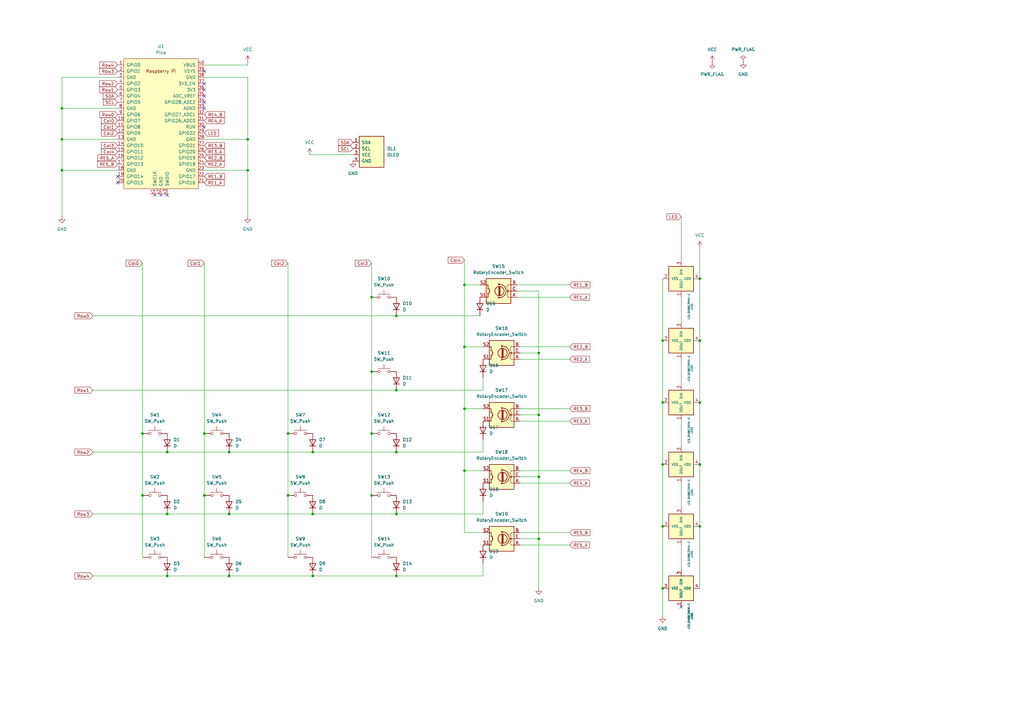
<source format=kicad_sch>
(kicad_sch (version 20231120) (generator "eeschema") (generator_version "8.0")
  (paper "A3")
  (lib_symbols
    (symbol "BrownSugar_KBD:OLED" (pin_names (offset 1.016))
      (property "Reference" "OL" (at 0 7.62 0))
      (property "Value" "OLED" (at 0 -7.62 0))
      (symbol "OLED_0_1"
        (rectangle (start -5.08 6.35) (end 5.08 -6.35) (stroke (width 0.254)) (fill (type background)))
      )
      (symbol "OLED_1_1"
        (pin bidirectional line (at -7.62 3.81 0) (length 2.54) (name "SDA") (number "1"))
        (pin bidirectional line (at -7.62 1.27 0) (length 2.54) (name "SCL") (number "2"))
        (pin power_in line (at -7.62 -1.27 0) (length 2.54) (name "VCC") (number "3"))
        (pin power_in line (at -7.62 -3.81 0) (length 2.54) (name "GND") (number "4"))
      )
    )
    (symbol "Device:D" (pin_numbers hide) (pin_names (offset 1.016) hide)
      (property "Reference" "D" (at 0 2.54 0))
      (property "Value" "D" (at 0 -2.54 0))
      (symbol "D_0_1"
        (polyline (pts (xy -1.27 1.27) (xy -1.27 -1.27)) (stroke (width 0.254)))
        (polyline (pts (xy 1.27 0) (xy -1.27 0)))
        (polyline (pts (xy 1.27 1.27) (xy 1.27 -1.27) (xy -1.27 0) (xy 1.27 1.27)) (stroke (width 0.254)))
      )
      (symbol "D_1_1"
        (pin passive line (at -3.81 0 0) (length 2.54) (name "K") (number "1"))
        (pin passive line (at 3.81 0 180) (length 2.54) (name "A") (number "2"))
      )
    )
    (symbol "Device:RotaryEncoder_Switch" (pin_names (offset 0.254) hide)
      (property "Reference" "SW" (at 0 6.604 0))
      (property "Value" "RotaryEncoder_Switch" (at 0 -6.604 0))
      (symbol "RotaryEncoder_Switch_0_1"
        (rectangle (start -5.08 5.08) (end 5.08 -5.08) (stroke (width 0.254)) (fill (type background)))
        (circle (center -3.81 0) (radius 0.254) (fill (type outline)))
        (circle (center -0.381 0) (radius 1.905) (stroke (width 0.254)))
        (arc (start -0.381 2.667) (mid -3.0988 -0.0635) (end -0.381 -2.794) (stroke (width 0.254)))
        (polyline (pts (xy -0.635 -1.778) (xy -0.635 1.778)) (stroke (width 0.254)))
        (polyline (pts (xy -0.381 -1.778) (xy -0.381 1.778)) (stroke (width 0.254)))
        (polyline (pts (xy -0.127 1.778) (xy -0.127 -1.778)) (stroke (width 0.254)))
        (polyline (pts (xy 3.81 0) (xy 3.429 0)) (stroke (width 0.254)))
        (polyline (pts (xy 3.81 1.016) (xy 3.81 -1.016)) (stroke (width 0.254)))
        (polyline (pts (xy -5.08 -2.54) (xy -3.81 -2.54) (xy -3.81 -2.032)))
        (polyline (pts (xy -5.08 2.54) (xy -3.81 2.54) (xy -3.81 2.032)))
        (polyline (pts (xy 0.254 -3.048) (xy -0.508 -2.794) (xy 0.127 -2.413)) (stroke (width 0.254)))
        (polyline (pts (xy 0.254 2.921) (xy -0.508 2.667) (xy 0.127 2.286)) (stroke (width 0.254)))
        (polyline (pts (xy 5.08 -2.54) (xy 4.318 -2.54) (xy 4.318 -1.016)) (stroke (width 0.254)))
        (polyline (pts (xy 5.08 2.54) (xy 4.318 2.54) (xy 4.318 1.016)) (stroke (width 0.254)))
        (polyline (pts (xy -5.08 0) (xy -3.81 0) (xy -3.81 -1.016) (xy -3.302 -2.032)))
        (polyline (pts (xy -4.318 0) (xy -3.81 0) (xy -3.81 1.016) (xy -3.302 2.032)))
        (circle (center 4.318 -1.016) (radius 0.127) (stroke (width 0.254)))
        (circle (center 4.318 1.016) (radius 0.127) (stroke (width 0.254)))
      )
      (symbol "RotaryEncoder_Switch_1_1"
        (pin passive line (at -7.62 2.54 0) (length 2.54) (name "A") (number "A"))
        (pin passive line (at -7.62 -2.54 0) (length 2.54) (name "B") (number "B"))
        (pin passive line (at -7.62 0 0) (length 2.54) (name "C") (number "C"))
        (pin passive line (at 7.62 2.54 180) (length 2.54) (name "S1") (number "S1"))
        (pin passive line (at 7.62 -2.54 180) (length 2.54) (name "S2") (number "S2"))
      )
    )
    (symbol "RPi_Pico:Pico" (pin_names (offset 1.016))
      (property "Reference" "U" (at -13.97 27.94 0))
      (property "Value" "Pico" (at 0 19.05 0))
      (symbol "Pico_0_0"
        (text "Raspberry Pi" (at 0 21.59 0) (effects (font (size 1.27 1.27))))
      )
      (symbol "Pico_0_1"
        (rectangle (start -15.24 26.67) (end 15.24 -26.67) (fill (type background)))
      )
      (symbol "Pico_1_1"
        (pin bidirectional line (at -17.78 24.13 0) (length 2.54) (name "GPIO0") (number "1"))
        (pin bidirectional line (at -17.78 1.27 0) (length 2.54) (name "GPIO7") (number "10"))
        (pin bidirectional line (at -17.78 -1.27 0) (length 2.54) (name "GPIO8") (number "11"))
        (pin bidirectional line (at -17.78 -3.81 0) (length 2.54) (name "GPIO9") (number "12"))
        (pin power_in line (at -17.78 -6.35 0) (length 2.54) (name "GND") (number "13"))
        (pin bidirectional line (at -17.78 -8.89 0) (length 2.54) (name "GPIO10") (number "14"))
        (pin bidirectional line (at -17.78 -11.43 0) (length 2.54) (name "GPIO11") (number "15"))
        (pin bidirectional line (at -17.78 -13.97 0) (length 2.54) (name "GPIO12") (number "16"))
        (pin bidirectional line (at -17.78 -16.51 0) (length 2.54) (name "GPIO13") (number "17"))
        (pin power_in line (at -17.78 -19.05 0) (length 2.54) (name "GND") (number "18"))
        (pin bidirectional line (at -17.78 -21.59 0) (length 2.54) (name "GPIO14") (number "19"))
        (pin bidirectional line (at -17.78 21.59 0) (length 2.54) (name "GPIO1") (number "2"))
        (pin bidirectional line (at -17.78 -24.13 0) (length 2.54) (name "GPIO15") (number "20"))
        (pin bidirectional line (at 17.78 -24.13 180) (length 2.54) (name "GPIO16") (number "21"))
        (pin bidirectional line (at 17.78 -21.59 180) (length 2.54) (name "GPIO17") (number "22"))
        (pin power_in line (at 17.78 -19.05 180) (length 2.54) (name "GND") (number "23"))
        (pin bidirectional line (at 17.78 -16.51 180) (length 2.54) (name "GPIO18") (number "24"))
        (pin bidirectional line (at 17.78 -13.97 180) (length 2.54) (name "GPIO19") (number "25"))
        (pin bidirectional line (at 17.78 -11.43 180) (length 2.54) (name "GPIO20") (number "26"))
        (pin bidirectional line (at 17.78 -8.89 180) (length 2.54) (name "GPIO21") (number "27"))
        (pin power_in line (at 17.78 -6.35 180) (length 2.54) (name "GND") (number "28"))
        (pin bidirectional line (at 17.78 -3.81 180) (length 2.54) (name "GPIO22") (number "29"))
        (pin power_in line (at -17.78 19.05 0) (length 2.54) (name "GND") (number "3"))
        (pin input line (at 17.78 -1.27 180) (length 2.54) (name "RUN") (number "30"))
        (pin bidirectional line (at 17.78 1.27 180) (length 2.54) (name "GPIO26_ADC0") (number "31"))
        (pin bidirectional line (at 17.78 3.81 180) (length 2.54) (name "GPIO27_ADC1") (number "32"))
        (pin power_in line (at 17.78 6.35 180) (length 2.54) (name "AGND") (number "33"))
        (pin bidirectional line (at 17.78 8.89 180) (length 2.54) (name "GPIO28_ADC2") (number "34"))
        (pin unspecified line (at 17.78 11.43 180) (length 2.54) (name "ADC_VREF") (number "35"))
        (pin unspecified line (at 17.78 13.97 180) (length 2.54) (name "3V3") (number "36"))
        (pin input line (at 17.78 16.51 180) (length 2.54) (name "3V3_EN") (number "37"))
        (pin bidirectional line (at 17.78 19.05 180) (length 2.54) (name "GND") (number "38"))
        (pin unspecified line (at 17.78 21.59 180) (length 2.54) (name "VSYS") (number "39"))
        (pin bidirectional line (at -17.78 16.51 0) (length 2.54) (name "GPIO2") (number "4"))
        (pin unspecified line (at 17.78 24.13 180) (length 2.54) (name "VBUS") (number "40"))
        (pin input line (at -2.54 -29.21 90) (length 2.54) (name "SWCLK") (number "41"))
        (pin power_in line (at 0 -29.21 90) (length 2.54) (name "GND") (number "42"))
        (pin bidirectional line (at 2.54 -29.21 90) (length 2.54) (name "SWDIO") (number "43"))
        (pin bidirectional line (at -17.78 13.97 0) (length 2.54) (name "GPIO3") (number "5"))
        (pin bidirectional line (at -17.78 11.43 0) (length 2.54) (name "GPIO4") (number "6"))
        (pin bidirectional line (at -17.78 8.89 0) (length 2.54) (name "GPIO5") (number "7"))
        (pin power_in line (at -17.78 6.35 0) (length 2.54) (name "GND") (number "8"))
        (pin bidirectional line (at -17.78 3.81 0) (length 2.54) (name "GPIO6") (number "9"))
      )
    )
    (symbol "Salicylic_kbd:LED_SK6812MINI-E" (pin_names (offset 1.016))
      (property "Reference" "LED" (at 5.08 -10.16 0))
      (property "Value" "LED_SK6812MINI-E" (at 8.89 -8.89 0))
      (symbol "LED_SK6812MINI-E_0_1"
        (rectangle (start -5.08 5.08) (end 5.08 -5.08) (stroke (width 0.254)) (fill (type background)))
      )
      (symbol "LED_SK6812MINI-E_1_1"
        (pin output line (at 7.62 0 180) (length 2.54) (name "DOUT") (number "1"))
        (pin power_in line (at 0 -7.62 90) (length 2.54) (name "VSS") (number "2"))
        (pin input line (at -7.62 0 0) (length 2.54) (name "DIN") (number "3"))
        (pin power_in line (at 0 7.62 270) (length 2.54) (name "VDD") (number "4"))
      )
    )
    (symbol "Switch:SW_Push" (pin_numbers hide) (pin_names (offset 1.016) hide)
      (property "Reference" "SW" (at 1.27 2.54 0))
      (property "Value" "SW_Push" (at 0 -1.524 0))
      (symbol "SW_Push_0_1"
        (circle (center -2.032 0) (radius 0.508))
        (polyline (pts (xy 0 1.27) (xy 0 3.048)))
        (polyline (pts (xy 2.54 1.27) (xy -2.54 1.27)))
        (circle (center 2.032 0) (radius 0.508))
        (pin passive line (at -5.08 0 0) (length 2.54) (name "1") (number "1"))
        (pin passive line (at 5.08 0 180) (length 2.54) (name "2") (number "2"))
      )
    )
    (symbol "power:GND" (power) (pin_numbers hide) (pin_names (offset 0) hide)
      (property "Value" "GND" (at 0 -3.81 0))
      (symbol "GND_0_1"
        (polyline (pts (xy 0 0) (xy 0 -1.27) (xy 1.27 -1.27) (xy 0 -2.54) (xy -1.27 -1.27) (xy 0 -1.27)))
      )
      (symbol "GND_1_1"
        (pin power_in line (at 0 0 270) (length 0) (name "~") (number "1"))
      )
    )
    (symbol "power:PWR_FLAG" (power) (pin_numbers hide) (pin_names (offset 0) hide)
      (property "Value" "PWR_FLAG" (at 0 3.81 0))
      (symbol "PWR_FLAG_0_0"
        (pin power_out line (at 0 0 90) (length 0) (name "~") (number "1"))
      )
      (symbol "PWR_FLAG_0_1"
        (polyline (pts (xy 0 0) (xy 0 1.27) (xy -1.016 1.905) (xy 0 2.54) (xy 1.016 1.905) (xy 0 1.27)))
      )
    )
    (symbol "power:VCC" (power) (pin_numbers hide) (pin_names (offset 0) hide)
      (property "Value" "VCC" (at 0 3.556 0))
      (symbol "VCC_0_1"
        (polyline (pts (xy -0.762 1.27) (xy 0 2.54)))
        (polyline (pts (xy 0 0) (xy 0 2.54)))
        (polyline (pts (xy 0 2.54) (xy 0.762 1.27)))
      )
      (symbol "VCC_1_1"
        (pin power_in line (at 0 0 90) (length 0) (name "~") (number "1"))
      )
    )
  )
  (junction (at 25.4 57.15))
  (junction (at 287.02 165.1))
  (junction (at 68.58 210.82))
  (junction (at 101.6 57.15))
  (junction (at 152.4 203.2))
  (junction (at 220.98 144.78))
  (junction (at 101.6 69.85))
  (junction (at 287.02 114.3))
  (junction (at 190.5 116.84))
  (junction (at 220.98 220.98))
  (junction (at 128.27 210.82))
  (junction (at 83.82 203.2))
  (junction (at 190.5 193.04))
  (junction (at 162.56 129.54))
  (junction (at 220.98 195.58))
  (junction (at 68.58 185.42))
  (junction (at 162.56 160.02))
  (junction (at 287.02 215.9))
  (junction (at 93.98 210.82))
  (junction (at 83.82 177.8))
  (junction (at 287.02 190.5))
  (junction (at 271.78 139.7))
  (junction (at 58.42 177.8))
  (junction (at 128.27 236.22))
  (junction (at 118.11 177.8))
  (junction (at 162.56 210.82))
  (junction (at 128.27 185.42))
  (junction (at 68.58 236.22))
  (junction (at 152.4 152.4))
  (junction (at 271.78 165.1))
  (junction (at 58.42 203.2))
  (junction (at 271.78 190.5))
  (junction (at 118.11 203.2))
  (junction (at 271.78 215.9))
  (junction (at 220.98 170.18))
  (junction (at 287.02 139.7))
  (junction (at 271.78 241.3))
  (junction (at 25.4 44.45))
  (junction (at 93.98 236.22))
  (junction (at 190.5 167.64))
  (junction (at 93.98 185.42))
  (junction (at 25.4 69.85))
  (junction (at 162.56 236.22))
  (junction (at 152.4 121.92))
  (junction (at 152.4 177.8))
  (junction (at 190.5 142.24))
  (junction (at 162.56 185.42))
  (no_connect (at 83.82 41.91))
  (no_connect (at 83.82 29.21))
  (no_connect (at 66.04 80.01))
  (no_connect (at 83.82 34.29))
  (no_connect (at 83.82 44.45))
  (no_connect (at 48.26 74.93))
  (no_connect (at 68.58 80.01))
  (no_connect (at 63.5 80.01))
  (no_connect (at 83.82 52.07))
  (no_connect (at 83.82 39.37))
  (no_connect (at 83.82 36.83))
  (no_connect (at 279.4 248.92))
  (no_connect (at 48.26 72.39))
  (wire (pts (xy 190.5 167.64) (xy 190.5 193.04)))
  (wire (pts (xy 190.5 193.04) (xy 190.5 218.44)))
  (wire (pts (xy 118.11 203.2) (xy 118.11 228.6)))
  (wire (pts (xy 152.4 121.92) (xy 152.4 152.4)))
  (wire (pts (xy 58.42 177.8) (xy 58.42 203.2)))
  (wire (pts (xy 287.02 215.9) (xy 287.02 241.3)))
  (wire (pts (xy 287.02 190.5) (xy 287.02 165.1)))
  (wire (pts (xy 48.26 31.75) (xy 25.4 31.75)))
  (wire (pts (xy 128.27 236.22) (xy 93.98 236.22)))
  (wire (pts (xy 83.82 57.15) (xy 101.6 57.15)))
  (wire (pts (xy 25.4 69.85) (xy 48.26 69.85)))
  (wire (pts (xy 190.5 193.04) (xy 198.12 193.04)))
  (wire (pts (xy 38.1 129.54) (xy 162.56 129.54)))
  (wire (pts (xy 25.4 31.75) (xy 25.4 44.45)))
  (wire (pts (xy 83.82 177.8) (xy 83.82 203.2)))
  (wire (pts (xy 271.78 241.3) (xy 271.78 252.73)))
  (wire (pts (xy 287.02 215.9) (xy 287.02 190.5)))
  (wire (pts (xy 25.4 57.15) (xy 48.26 57.15)))
  (wire (pts (xy 118.11 107.95) (xy 118.11 177.8)))
  (wire (pts (xy 101.6 69.85) (xy 101.6 88.9)))
  (wire (pts (xy 152.4 107.95) (xy 152.4 121.92)))
  (wire (pts (xy 93.98 185.42) (xy 68.58 185.42)))
  (wire (pts (xy 38.1 210.82) (xy 68.58 210.82)))
  (wire (pts (xy 128.27 210.82) (xy 162.56 210.82)))
  (wire (pts (xy 220.98 119.38) (xy 220.98 144.78)))
  (wire (pts (xy 287.02 139.7) (xy 287.02 165.1)))
  (wire (pts (xy 198.12 218.44) (xy 190.5 218.44)))
  (wire (pts (xy 68.58 210.82) (xy 93.98 210.82)))
  (wire (pts (xy 220.98 144.78) (xy 220.98 170.18)))
  (wire (pts (xy 190.5 167.64) (xy 198.12 167.64)))
  (wire (pts (xy 233.68 218.44) (xy 213.36 218.44)))
  (wire (pts (xy 190.5 142.24) (xy 198.12 142.24)))
  (wire (pts (xy 233.68 172.72) (xy 213.36 172.72)))
  (wire (pts (xy 198.12 185.42) (xy 162.56 185.42)))
  (wire (pts (xy 83.82 69.85) (xy 101.6 69.85)))
  (wire (pts (xy 198.12 154.94) (xy 198.12 160.02)))
  (wire (pts (xy 83.82 26.67) (xy 101.6 26.67)))
  (wire (pts (xy 198.12 231.14) (xy 198.12 236.22)))
  (wire (pts (xy 287.02 114.3) (xy 287.02 139.7)))
  (wire (pts (xy 271.78 215.9) (xy 271.78 241.3)))
  (wire (pts (xy 162.56 160.02) (xy 198.12 160.02)))
  (wire (pts (xy 101.6 31.75) (xy 101.6 57.15)))
  (wire (pts (xy 83.82 31.75) (xy 101.6 31.75)))
  (wire (pts (xy 279.4 223.52) (xy 279.4 233.68)))
  (wire (pts (xy 162.56 185.42) (xy 128.27 185.42)))
  (wire (pts (xy 25.4 44.45) (xy 25.4 57.15)))
  (wire (pts (xy 233.68 147.32) (xy 213.36 147.32)))
  (wire (pts (xy 233.68 223.52) (xy 213.36 223.52)))
  (wire (pts (xy 220.98 220.98) (xy 220.98 241.3)))
  (wire (pts (xy 279.4 198.12) (xy 279.4 208.28)))
  (wire (pts (xy 162.56 129.54) (xy 196.85 129.54)))
  (wire (pts (xy 68.58 236.22) (xy 38.1 236.22)))
  (wire (pts (xy 198.12 210.82) (xy 198.12 205.74)))
  (wire (pts (xy 83.82 203.2) (xy 83.82 228.6)))
  (wire (pts (xy 220.98 170.18) (xy 220.98 195.58)))
  (wire (pts (xy 83.82 107.95) (xy 83.82 177.8)))
  (wire (pts (xy 213.36 195.58) (xy 220.98 195.58)))
  (wire (pts (xy 152.4 203.2) (xy 152.4 228.6)))
  (wire (pts (xy 271.78 114.3) (xy 271.78 139.7)))
  (wire (pts (xy 152.4 152.4) (xy 152.4 177.8)))
  (wire (pts (xy 101.6 57.15) (xy 101.6 69.85)))
  (wire (pts (xy 118.11 177.8) (xy 118.11 203.2)))
  (wire (pts (xy 25.4 69.85) (xy 25.4 88.9)))
  (wire (pts (xy 213.36 220.98) (xy 220.98 220.98)))
  (wire (pts (xy 279.4 172.72) (xy 279.4 182.88)))
  (wire (pts (xy 287.02 101.6) (xy 287.02 114.3)))
  (wire (pts (xy 198.12 180.34) (xy 198.12 185.42)))
  (wire (pts (xy 162.56 210.82) (xy 198.12 210.82)))
  (wire (pts (xy 213.36 144.78) (xy 220.98 144.78)))
  (wire (pts (xy 271.78 139.7) (xy 271.78 165.1)))
  (wire (pts (xy 190.5 106.68) (xy 190.5 116.84)))
  (wire (pts (xy 101.6 26.67) (xy 101.6 25.4)))
  (wire (pts (xy 25.4 44.45) (xy 48.26 44.45)))
  (wire (pts (xy 233.68 198.12) (xy 213.36 198.12)))
  (wire (pts (xy 212.09 119.38) (xy 220.98 119.38)))
  (wire (pts (xy 233.68 193.04) (xy 213.36 193.04)))
  (wire (pts (xy 68.58 185.42) (xy 38.1 185.42)))
  (wire (pts (xy 279.4 121.92) (xy 279.4 132.08)))
  (wire (pts (xy 213.36 142.24) (xy 233.68 142.24)))
  (wire (pts (xy 233.68 167.64) (xy 213.36 167.64)))
  (wire (pts (xy 162.56 236.22) (xy 128.27 236.22)))
  (wire (pts (xy 190.5 116.84) (xy 190.5 142.24)))
  (wire (pts (xy 93.98 236.22) (xy 68.58 236.22)))
  (wire (pts (xy 213.36 170.18) (xy 220.98 170.18)))
  (wire (pts (xy 127 63.5) (xy 144.78 63.5)))
  (wire (pts (xy 190.5 116.84) (xy 196.85 116.84)))
  (wire (pts (xy 58.42 203.2) (xy 58.42 228.6)))
  (wire (pts (xy 190.5 142.24) (xy 190.5 167.64)))
  (wire (pts (xy 271.78 190.5) (xy 271.78 215.9)))
  (wire (pts (xy 38.1 160.02) (xy 162.56 160.02)))
  (wire (pts (xy 212.09 121.92) (xy 233.68 121.92)))
  (wire (pts (xy 25.4 57.15) (xy 25.4 69.85)))
  (wire (pts (xy 279.4 147.32) (xy 279.4 157.48)))
  (wire (pts (xy 93.98 210.82) (xy 128.27 210.82)))
  (wire (pts (xy 279.4 88.9) (xy 279.4 106.68)))
  (wire (pts (xy 212.09 116.84) (xy 233.68 116.84)))
  (wire (pts (xy 271.78 165.1) (xy 271.78 190.5)))
  (wire (pts (xy 152.4 177.8) (xy 152.4 203.2)))
  (wire (pts (xy 220.98 195.58) (xy 220.98 220.98)))
  (wire (pts (xy 128.27 185.42) (xy 93.98 185.42)))
  (wire (pts (xy 198.12 236.22) (xy 162.56 236.22)))
  (wire (pts (xy 58.42 107.95) (xy 58.42 177.8)))
  (global_label "Col3" (shape input) (at 48.26 59.69 180) (property "Intersheetrefs" "${INTERSHEET_REFS}" (effects (hide yes))))
  (global_label "Row0" (shape input) (at 48.26 46.99 180) (property "Intersheetrefs" "${INTERSHEET_REFS}" (effects (hide yes))))
  (global_label "RE3_B" (shape input) (at 83.82 59.69 0) (property "Intersheetrefs" "${INTERSHEET_REFS}" (effects (hide yes))))
  (global_label "RE4_A" (shape input) (at 233.68 198.12 0) (property "Intersheetrefs" "${INTERSHEET_REFS}" (effects (hide yes))))
  (global_label "RE3_A" (shape input) (at 83.82 62.23 0) (property "Intersheetrefs" "${INTERSHEET_REFS}" (effects (hide yes))))
  (global_label "Row4" (shape input) (at 48.26 26.67 180) (property "Intersheetrefs" "${INTERSHEET_REFS}" (effects (hide yes))))
  (global_label "Col0" (shape input) (at 48.26 49.53 180) (property "Intersheetrefs" "${INTERSHEET_REFS}" (effects (hide yes))))
  (global_label "SDA" (shape input) (at 48.26 39.37 180) (property "Intersheetrefs" "${INTERSHEET_REFS}" (effects (hide yes))))
  (global_label "RE1_A" (shape input) (at 83.82 74.93 0) (property "Intersheetrefs" "${INTERSHEET_REFS}" (effects (hide yes))))
  (global_label "Row3" (shape input) (at 38.1 210.82 180) (property "Intersheetrefs" "${INTERSHEET_REFS}" (effects (hide yes))))
  (global_label "Col0" (shape input) (at 58.42 107.95 180) (property "Intersheetrefs" "${INTERSHEET_REFS}" (effects (hide yes))))
  (global_label "Row2" (shape input) (at 38.1 185.42 180) (property "Intersheetrefs" "${INTERSHEET_REFS}" (effects (hide yes))))
  (global_label "RE5_B" (shape input) (at 233.68 218.44 0) (property "Intersheetrefs" "${INTERSHEET_REFS}" (effects (hide yes))))
  (global_label "SCL" (shape input) (at 48.26 41.91 180) (property "Intersheetrefs" "${INTERSHEET_REFS}" (effects (hide yes))))
  (global_label "RE2_A" (shape input) (at 233.68 147.32 0) (property "Intersheetrefs" "${INTERSHEET_REFS}" (effects (hide yes))))
  (global_label "RE4_A" (shape input) (at 83.82 49.53 0) (property "Intersheetrefs" "${INTERSHEET_REFS}" (effects (hide yes))))
  (global_label "Col2" (shape input) (at 48.26 54.61 180) (property "Intersheetrefs" "${INTERSHEET_REFS}" (effects (hide yes))))
  (global_label "Row1" (shape input) (at 48.26 36.83 180) (property "Intersheetrefs" "${INTERSHEET_REFS}" (effects (hide yes))))
  (global_label "RE5_A" (shape input) (at 233.68 223.52 0) (property "Intersheetrefs" "${INTERSHEET_REFS}" (effects (hide yes))))
  (global_label "RE2_B" (shape input) (at 83.82 64.77 0) (property "Intersheetrefs" "${INTERSHEET_REFS}" (effects (hide yes))))
  (global_label "Col4" (shape input) (at 190.5 106.68 180) (property "Intersheetrefs" "${INTERSHEET_REFS}" (effects (hide yes))))
  (global_label "RE4_B" (shape input) (at 83.82 46.99 0) (property "Intersheetrefs" "${INTERSHEET_REFS}" (effects (hide yes))))
  (global_label "RE1_A" (shape input) (at 233.68 121.92 0) (property "Intersheetrefs" "${INTERSHEET_REFS}" (effects (hide yes))))
  (global_label "Row0" (shape input) (at 38.1 129.54 180) (property "Intersheetrefs" "${INTERSHEET_REFS}" (effects (hide yes))))
  (global_label "Col3" (shape input) (at 152.4 107.95 180) (property "Intersheetrefs" "${INTERSHEET_REFS}" (effects (hide yes))))
  (global_label "Col4" (shape input) (at 48.26 62.23 180) (property "Intersheetrefs" "${INTERSHEET_REFS}" (effects (hide yes))))
  (global_label "LED" (shape input) (at 83.82 54.61 0) (property "Intersheetrefs" "${INTERSHEET_REFS}" (effects (hide yes))))
  (global_label "Row2" (shape input) (at 48.26 34.29 180) (property "Intersheetrefs" "${INTERSHEET_REFS}" (effects (hide yes))))
  (global_label "RE5_A" (shape input) (at 48.26 64.77 180) (property "Intersheetrefs" "${INTERSHEET_REFS}" (effects (hide yes))))
  (global_label "Col1" (shape input) (at 83.82 107.95 180) (property "Intersheetrefs" "${INTERSHEET_REFS}" (effects (hide yes))))
  (global_label "RE2_A" (shape input) (at 83.82 67.31 0) (property "Intersheetrefs" "${INTERSHEET_REFS}" (effects (hide yes))))
  (global_label "RE5_B" (shape input) (at 48.26 67.31 180) (property "Intersheetrefs" "${INTERSHEET_REFS}" (effects (hide yes))))
  (global_label "Row4" (shape input) (at 38.1 236.22 180) (property "Intersheetrefs" "${INTERSHEET_REFS}" (effects (hide yes))))
  (global_label "SDA" (shape input) (at 144.78 58.42 180) (property "Intersheetrefs" "${INTERSHEET_REFS}" (effects (hide yes))))
  (global_label "RE3_B" (shape input) (at 233.68 167.64 0) (property "Intersheetrefs" "${INTERSHEET_REFS}" (effects (hide yes))))
  (global_label "RE1_B" (shape input) (at 233.68 116.84 0) (property "Intersheetrefs" "${INTERSHEET_REFS}" (effects (hide yes))))
  (global_label "Col1" (shape input) (at 48.26 52.07 180) (property "Intersheetrefs" "${INTERSHEET_REFS}" (effects (hide yes))))
  (global_label "Col2" (shape input) (at 118.11 107.95 180) (property "Intersheetrefs" "${INTERSHEET_REFS}" (effects (hide yes))))
  (global_label "RE4_B" (shape input) (at 233.68 193.04 0) (property "Intersheetrefs" "${INTERSHEET_REFS}" (effects (hide yes))))
  (global_label "RE3_A" (shape input) (at 233.68 172.72 0) (property "Intersheetrefs" "${INTERSHEET_REFS}" (effects (hide yes))))
  (global_label "Row1" (shape input) (at 38.1 160.02 180) (property "Intersheetrefs" "${INTERSHEET_REFS}" (effects (hide yes))))
  (global_label "LED" (shape input) (at 279.4 88.9 180) (property "Intersheetrefs" "${INTERSHEET_REFS}" (effects (hide yes))))
  (global_label "SCL" (shape input) (at 144.78 60.96 180) (property "Intersheetrefs" "${INTERSHEET_REFS}" (effects (hide yes))))
  (global_label "Row3" (shape input) (at 48.26 29.21 180) (property "Intersheetrefs" "${INTERSHEET_REFS}" (effects (hide yes))))
  (global_label "RE1_B" (shape input) (at 83.82 72.39 0) (property "Intersheetrefs" "${INTERSHEET_REFS}" (effects (hide yes))))
  (global_label "RE2_B" (shape input) (at 233.68 142.24 0) (property "Intersheetrefs" "${INTERSHEET_REFS}" (effects (hide yes))))
  (symbol (lib_id "Switch:SW_Push") (at 123.19 228.6 0) (mirror y) (unit 1)
    (property "Reference" "SW9" (at 123.19 220.98 0))
    (property "Value" "SW_Push" (at 123.19 223.52 0))
    (property "Footprint" "kbd_SW:Choc_Hotswap_1u" (effects (hide yes)))
    (property "Description" "Push button switch, generic, two pins" (effects (hide yes)))
  )
  (symbol (lib_id "power:GND") (at 25.4 88.9 0) (unit 1)
    (property "Reference" "#PWR03" (effects (hide yes)))
    (property "Value" "GND" (at 25.4 93.98 0))
    (property "Description" "Power symbol creates a global label with name \"GND\" , ground" (effects (hide yes)))
  )
  (symbol (lib_id "Switch:SW_Push") (at 88.9 228.6 0) (mirror y) (unit 1)
    (property "Reference" "SW6" (at 88.9 220.98 0))
    (property "Value" "SW_Push" (at 88.9 223.52 0))
    (property "Footprint" "kbd_SW:Choc_Hotswap_1u" (effects (hide yes)))
    (property "Description" "Push button switch, generic, two pins" (effects (hide yes)))
  )
  (symbol (lib_id "Switch:SW_Push") (at 88.9 203.2 0) (mirror y) (unit 1)
    (property "Reference" "SW5" (at 88.9 195.58 0))
    (property "Value" "SW_Push" (at 88.9 198.12 0))
    (property "Footprint" "kbd_SW:Choc_Hotswap_1u" (effects (hide yes)))
    (property "Description" "Push button switch, generic, two pins" (effects (hide yes)))
  )
  (symbol (lib_id "power:GND") (at 144.78 66.04 0) (unit 1)
    (property "Reference" "#PWR06" (effects (hide yes)))
    (property "Value" "GND" (at 144.78 71.12 0))
    (property "Description" "Power symbol creates a global label with name \"GND\" , ground" (effects (hide yes)))
  )
  (symbol (lib_id "power:PWR_FLAG") (at 292.1 25.4 180) (unit 1)
    (property "Reference" "#FLG01" (effects (hide yes)))
    (property "Value" "PWR_FLAG" (at 292.1 30.48 0))
    (property "Description" "Special symbol for telling ERC where power comes from" (effects (hide yes)))
  )
  (symbol (lib_id "Switch:SW_Push") (at 123.19 177.8 0) (mirror y) (unit 1)
    (property "Reference" "SW7" (at 123.19 170.18 0))
    (property "Value" "SW_Push" (at 123.19 172.72 0))
    (property "Footprint" "kbd_SW:Choc_Hotswap_1u" (effects (hide yes)))
    (property "Description" "Push button switch, generic, two pins" (effects (hide yes)))
  )
  (symbol (lib_id "Device:D") (at 162.56 125.73 90) (unit 1)
    (property "Reference" "D10" (at 165.1 124.4599 90) (effects (justify right)))
    (property "Value" "D" (at 165.1 126.9999 90) (effects (justify right)))
    (property "Footprint" "kbd_Parts:Diode_TH_SMD" (effects (hide yes)))
    (property "Description" "Diode" (effects (hide yes)))
    (property "Sim.Device" "D" (effects (hide yes)))
    (property "Sim.Pins" "1=K 2=A" (effects (hide yes)))
  )
  (symbol (lib_id "Device:RotaryEncoder_Switch") (at 205.74 220.98 180) (unit 1)
    (property "Reference" "SW19" (at 205.74 210.82 0))
    (property "Value" "RotaryEncoder_Switch" (at 205.74 213.36 0))
    (property "Footprint" "kbd_Parts:RotaryEncoder_EC12E" (effects (hide yes)))
    (property "Description" "Rotary encoder, dual channel, incremental quadrate outputs, with switch" (effects (hide yes)))
  )
  (symbol (lib_id "Salicylic_kbd:LED_SK6812MINI-E") (at 279.4 114.3 270) (unit 1)
    (property "Reference" "LED1" (at 283.8135 125.73 0) (effects (font (size 0.7366 0.7366))))
    (property "Value" "LED_SK6812MINI-E" (at 282.5435 125.73 0) (effects (font (size 0.7366 0.7366))))
    (property "Footprint" "kbd_Parts:LED_SK6812MINI-E_BL" (effects (hide yes)))
  )
  (symbol (lib_id "Device:D") (at 68.58 232.41 90) (unit 1)
    (property "Reference" "D3" (at 71.12 231.1399 90) (effects (justify right)))
    (property "Value" "D" (at 71.12 233.6799 90) (effects (justify right)))
    (property "Footprint" "kbd_Parts:Diode_TH_SMD" (effects (hide yes)))
    (property "Description" "Diode" (effects (hide yes)))
    (property "Sim.Device" "D" (effects (hide yes)))
    (property "Sim.Pins" "1=K 2=A" (effects (hide yes)))
  )
  (symbol (lib_id "Device:D") (at 68.58 207.01 90) (unit 1)
    (property "Reference" "D2" (at 71.12 205.7399 90) (effects (justify right)))
    (property "Value" "D" (at 71.12 208.2799 90) (effects (justify right)))
    (property "Footprint" "kbd_Parts:Diode_TH_SMD" (effects (hide yes)))
    (property "Description" "Diode" (effects (hide yes)))
    (property "Sim.Device" "D" (effects (hide yes)))
    (property "Sim.Pins" "1=K 2=A" (effects (hide yes)))
  )
  (symbol (lib_id "Salicylic_kbd:LED_SK6812MINI-E") (at 279.4 190.5 270) (unit 1)
    (property "Reference" "LED4" (at 283.8135 201.93 0) (effects (font (size 0.7366 0.7366))))
    (property "Value" "LED_SK6812MINI-E" (at 282.5435 201.93 0) (effects (font (size 0.7366 0.7366))))
    (property "Footprint" "kbd_Parts:LED_SK6812MINI-E_BL" (effects (hide yes)))
  )
  (symbol (lib_id "Device:RotaryEncoder_Switch") (at 205.74 144.78 180) (unit 1)
    (property "Reference" "SW16" (at 205.74 134.62 0))
    (property "Value" "RotaryEncoder_Switch" (at 205.74 137.16 0))
    (property "Footprint" "kbd_Parts:RotaryEncoder_EC12E" (effects (hide yes)))
    (property "Description" "Rotary encoder, dual channel, incremental quadrate outputs, with switch" (effects (hide yes)))
  )
  (symbol (lib_id "Device:RotaryEncoder_Switch") (at 205.74 170.18 180) (unit 1)
    (property "Reference" "SW17" (at 205.74 160.02 0))
    (property "Value" "RotaryEncoder_Switch" (at 205.74 162.56 0))
    (property "Footprint" "kbd_Parts:RotaryEncoder_EC12E" (effects (hide yes)))
    (property "Description" "Rotary encoder, dual channel, incremental quadrate outputs, with switch" (effects (hide yes)))
  )
  (symbol (lib_id "power:VCC") (at 292.1 25.4 0) (unit 1)
    (property "Reference" "#PWR019" (effects (hide yes)))
    (property "Value" "VCC" (at 292.1 20.32 0))
    (property "Description" "Power symbol creates a global label with name \"VCC\"" (effects (hide yes)))
  )
  (symbol (lib_id "Salicylic_kbd:LED_SK6812MINI-E") (at 279.4 241.3 270) (unit 1)
    (property "Reference" "LED6" (at 283.8135 252.73 0) (effects (font (size 0.7366 0.7366))))
    (property "Value" "LED_SK6812MINI-E" (at 282.5435 252.73 0) (effects (font (size 0.7366 0.7366))))
    (property "Footprint" "kbd_Parts:LED_SK6812MINI-E_BL" (effects (hide yes)))
  )
  (symbol (lib_id "Device:RotaryEncoder_Switch") (at 204.47 119.38 180) (unit 1)
    (property "Reference" "SW15" (at 204.47 109.22 0))
    (property "Value" "RotaryEncoder_Switch" (at 204.47 111.76 0))
    (property "Footprint" "kbd_Parts:RotaryEncoder_EC12E" (effects (hide yes)))
    (property "Description" "Rotary encoder, dual channel, incremental quadrate outputs, with switch" (effects (hide yes)))
  )
  (symbol (lib_id "power:PWR_FLAG") (at 304.8 25.4 0) (unit 1)
    (property "Reference" "#FLG02" (effects (hide yes)))
    (property "Value" "PWR_FLAG" (at 304.8 20.32 0))
    (property "Description" "Special symbol for telling ERC where power comes from" (effects (hide yes)))
  )
  (symbol (lib_id "BrownSugar_KBD:OLED") (at 152.4 62.23 0) (unit 1)
    (property "Reference" "OL1" (at 158.75 60.9599 0) (effects (justify left)))
    (property "Value" "OLED" (at 158.75 63.4999 0) (effects (justify left)))
    (property "Footprint" "BrownSugar_KBD:OLED_center_display" (effects (hide yes)))
  )
  (symbol (lib_id "Device:RotaryEncoder_Switch") (at 205.74 195.58 180) (unit 1)
    (property "Reference" "SW18" (at 205.74 185.42 0))
    (property "Value" "RotaryEncoder_Switch" (at 205.74 187.96 0))
    (property "Footprint" "kbd_Parts:RotaryEncoder_EC12E" (effects (hide yes)))
    (property "Description" "Rotary encoder, dual channel, incremental quadrate outputs, with switch" (effects (hide yes)))
  )
  (symbol (lib_id "Device:D") (at 128.27 207.01 90) (unit 1)
    (property "Reference" "D8" (at 130.81 205.7399 90) (effects (justify right)))
    (property "Value" "D" (at 130.81 208.2799 90) (effects (justify right)))
    (property "Footprint" "kbd_Parts:Diode_TH_SMD" (effects (hide yes)))
    (property "Description" "Diode" (effects (hide yes)))
    (property "Sim.Device" "D" (effects (hide yes)))
    (property "Sim.Pins" "1=K 2=A" (effects (hide yes)))
  )
  (symbol (lib_id "Device:D") (at 93.98 232.41 90) (unit 1)
    (property "Reference" "D6" (at 96.52 231.1399 90) (effects (justify right)))
    (property "Value" "D" (at 96.52 233.6799 90) (effects (justify right)))
    (property "Footprint" "kbd_Parts:Diode_TH_SMD" (effects (hide yes)))
    (property "Description" "Diode" (effects (hide yes)))
    (property "Sim.Device" "D" (effects (hide yes)))
    (property "Sim.Pins" "1=K 2=A" (effects (hide yes)))
  )
  (symbol (lib_id "Switch:SW_Push") (at 157.48 152.4 0) (mirror y) (unit 1)
    (property "Reference" "SW11" (at 157.48 144.78 0))
    (property "Value" "SW_Push" (at 157.48 147.32 0))
    (property "Footprint" "kbd_SW:Choc_Hotswap_1u" (effects (hide yes)))
    (property "Description" "Push button switch, generic, two pins" (effects (hide yes)))
  )
  (symbol (lib_id "Switch:SW_Push") (at 63.5 177.8 0) (mirror y) (unit 1)
    (property "Reference" "SW1" (at 63.5 170.18 0))
    (property "Value" "SW_Push" (at 63.5 172.72 0))
    (property "Footprint" "kbd_SW:Choc_Hotswap_1u" (effects (hide yes)))
    (property "Description" "Push button switch, generic, two pins" (effects (hide yes)))
  )
  (symbol (lib_id "Device:D") (at 196.85 125.73 90) (unit 1)
    (property "Reference" "D15" (at 199.39 124.4599 90) (effects (justify right)))
    (property "Value" "D" (at 199.39 126.9999 90) (effects (justify right)))
    (property "Footprint" "kbd_Parts:Diode_TH_SMD" (effects (hide yes)))
    (property "Description" "Diode" (effects (hide yes)))
    (property "Sim.Device" "D" (effects (hide yes)))
    (property "Sim.Pins" "1=K 2=A" (effects (hide yes)))
  )
  (symbol (lib_id "power:VCC") (at 127 63.5 0) (unit 1)
    (property "Reference" "#PWR09" (effects (hide yes)))
    (property "Value" "VCC" (at 127 58.42 0))
    (property "Description" "Power symbol creates a global label with name \"VCC\"" (effects (hide yes)))
  )
  (symbol (lib_id "Device:D") (at 128.27 232.41 90) (unit 1)
    (property "Reference" "D9" (at 130.81 231.1399 90) (effects (justify right)))
    (property "Value" "D" (at 130.81 233.6799 90) (effects (justify right)))
    (property "Footprint" "kbd_Parts:Diode_TH_SMD" (effects (hide yes)))
    (property "Description" "Diode" (effects (hide yes)))
    (property "Sim.Device" "D" (effects (hide yes)))
    (property "Sim.Pins" "1=K 2=A" (effects (hide yes)))
  )
  (symbol (lib_id "Device:D") (at 68.58 181.61 90) (unit 1)
    (property "Reference" "D1" (at 71.12 180.3399 90) (effects (justify right)))
    (property "Value" "D" (at 71.12 182.8799 90) (effects (justify right)))
    (property "Footprint" "kbd_Parts:Diode_TH_SMD" (effects (hide yes)))
    (property "Description" "Diode" (effects (hide yes)))
    (property "Sim.Device" "D" (effects (hide yes)))
    (property "Sim.Pins" "1=K 2=A" (effects (hide yes)))
  )
  (symbol (lib_id "Device:D") (at 93.98 207.01 90) (unit 1)
    (property "Reference" "D5" (at 96.52 205.7399 90) (effects (justify right)))
    (property "Value" "D" (at 96.52 208.2799 90) (effects (justify right)))
    (property "Footprint" "kbd_Parts:Diode_TH_SMD" (effects (hide yes)))
    (property "Description" "Diode" (effects (hide yes)))
    (property "Sim.Device" "D" (effects (hide yes)))
    (property "Sim.Pins" "1=K 2=A" (effects (hide yes)))
  )
  (symbol (lib_id "Switch:SW_Push") (at 157.48 121.92 0) (mirror y) (unit 1)
    (property "Reference" "SW10" (at 157.48 114.3 0))
    (property "Value" "SW_Push" (at 157.48 116.84 0))
    (property "Footprint" "kbd_SW:Choc_Hotswap_1u" (effects (hide yes)))
    (property "Description" "Push button switch, generic, two pins" (effects (hide yes)))
  )
  (symbol (lib_id "Device:D") (at 162.56 181.61 90) (unit 1)
    (property "Reference" "D12" (at 165.1 180.3399 90) (effects (justify right)))
    (property "Value" "D" (at 165.1 182.8799 90) (effects (justify right)))
    (property "Footprint" "kbd_Parts:Diode_TH_SMD" (effects (hide yes)))
    (property "Description" "Diode" (effects (hide yes)))
    (property "Sim.Device" "D" (effects (hide yes)))
    (property "Sim.Pins" "1=K 2=A" (effects (hide yes)))
  )
  (symbol (lib_id "Salicylic_kbd:LED_SK6812MINI-E") (at 279.4 215.9 270) (unit 1)
    (property "Reference" "LED5" (at 283.8135 227.33 0) (effects (font (size 0.7366 0.7366))))
    (property "Value" "LED_SK6812MINI-E" (at 282.5435 227.33 0) (effects (font (size 0.7366 0.7366))))
    (property "Footprint" "kbd_Parts:LED_SK6812MINI-E_BL" (effects (hide yes)))
  )
  (symbol (lib_id "power:GND") (at 304.8 25.4 0) (unit 1)
    (property "Reference" "#PWR020" (effects (hide yes)))
    (property "Value" "GND" (at 304.8 30.48 0))
    (property "Description" "Power symbol creates a global label with name \"GND\" , ground" (effects (hide yes)))
  )
  (symbol (lib_id "power:GND") (at 101.6 88.9 0) (unit 1)
    (property "Reference" "#PWR02" (effects (hide yes)))
    (property "Value" "GND" (at 101.6 93.98 0))
    (property "Description" "Power symbol creates a global label with name \"GND\" , ground" (effects (hide yes)))
  )
  (symbol (lib_id "RPi_Pico:Pico") (at 66.04 50.8 0) (unit 1)
    (property "Reference" "U1" (at 66.04 19.05 0))
    (property "Value" "Pico" (at 66.04 21.59 0))
    (property "Footprint" "RPi_Pico:RPi_Pico_SMD_TH" (effects (hide yes)))
  )
  (symbol (lib_id "Switch:SW_Push") (at 157.48 177.8 0) (mirror y) (unit 1)
    (property "Reference" "SW12" (at 157.48 170.18 0))
    (property "Value" "SW_Push" (at 157.48 172.72 0))
    (property "Footprint" "kbd_SW:Choc_Hotswap_1u" (effects (hide yes)))
    (property "Description" "Push button switch, generic, two pins" (effects (hide yes)))
  )
  (symbol (lib_id "Switch:SW_Push") (at 88.9 177.8 0) (mirror y) (unit 1)
    (property "Reference" "SW4" (at 88.9 170.18 0))
    (property "Value" "SW_Push" (at 88.9 172.72 0))
    (property "Footprint" "kbd_SW:Choc_Hotswap_1u" (effects (hide yes)))
    (property "Description" "Push button switch, generic, two pins" (effects (hide yes)))
  )
  (symbol (lib_id "power:VCC") (at 101.6 25.4 0) (unit 1)
    (property "Reference" "#PWR04" (effects (hide yes)))
    (property "Value" "VCC" (at 101.6 20.32 0))
    (property "Description" "Power symbol creates a global label with name \"VCC\"" (effects (hide yes)))
  )
  (symbol (lib_id "Device:D") (at 162.56 207.01 90) (unit 1)
    (property "Reference" "D13" (at 165.1 205.7399 90) (effects (justify right)))
    (property "Value" "D" (at 165.1 208.2799 90) (effects (justify right)))
    (property "Footprint" "kbd_Parts:Diode_TH_SMD" (effects (hide yes)))
    (property "Description" "Diode" (effects (hide yes)))
    (property "Sim.Device" "D" (effects (hide yes)))
    (property "Sim.Pins" "1=K 2=A" (effects (hide yes)))
  )
  (symbol (lib_id "Switch:SW_Push") (at 157.48 203.2 0) (mirror y) (unit 1)
    (property "Reference" "SW13" (at 157.48 195.58 0))
    (property "Value" "SW_Push" (at 157.48 198.12 0))
    (property "Footprint" "kbd_SW:Choc_Hotswap_1u" (effects (hide yes)))
    (property "Description" "Push button switch, generic, two pins" (effects (hide yes)))
  )
  (symbol (lib_id "Salicylic_kbd:LED_SK6812MINI-E") (at 279.4 139.7 270) (unit 1)
    (property "Reference" "LED2" (at 283.8135 151.13 0) (effects (font (size 0.7366 0.7366))))
    (property "Value" "LED_SK6812MINI-E" (at 282.5435 151.13 0) (effects (font (size 0.7366 0.7366))))
    (property "Footprint" "kbd_Parts:LED_SK6812MINI-E_BL" (effects (hide yes)))
  )
  (symbol (lib_id "power:GND") (at 271.78 252.73 0) (unit 1)
    (property "Reference" "#PWR012" (effects (hide yes)))
    (property "Value" "GND" (at 271.78 257.81 0))
    (property "Description" "Power symbol creates a global label with name \"GND\" , ground" (effects (hide yes)))
  )
  (symbol (lib_id "Device:D") (at 198.12 227.33 90) (unit 1)
    (property "Reference" "D19" (at 200.66 226.0599 90) (effects (justify right)))
    (property "Value" "D" (at 200.66 228.5999 90) (effects (justify right)))
    (property "Footprint" "kbd_Parts:Diode_TH_SMD" (effects (hide yes)))
    (property "Description" "Diode" (effects (hide yes)))
    (property "Sim.Device" "D" (effects (hide yes)))
    (property "Sim.Pins" "1=K 2=A" (effects (hide yes)))
  )
  (symbol (lib_id "Device:D") (at 162.56 232.41 90) (unit 1)
    (property "Reference" "D14" (at 165.1 231.1399 90) (effects (justify right)))
    (property "Value" "D" (at 165.1 233.6799 90) (effects (justify right)))
    (property "Footprint" "kbd_Parts:Diode_TH_SMD" (effects (hide yes)))
    (property "Description" "Diode" (effects (hide yes)))
    (property "Sim.Device" "D" (effects (hide yes)))
    (property "Sim.Pins" "1=K 2=A" (effects (hide yes)))
  )
  (symbol (lib_id "Device:D") (at 198.12 151.13 90) (unit 1)
    (property "Reference" "D16" (at 200.66 149.8599 90) (effects (justify right)))
    (property "Value" "D" (at 200.66 152.3999 90) (effects (justify right)))
    (property "Footprint" "kbd_Parts:Diode_TH_SMD" (effects (hide yes)))
    (property "Description" "Diode" (effects (hide yes)))
    (property "Sim.Device" "D" (effects (hide yes)))
    (property "Sim.Pins" "1=K 2=A" (effects (hide yes)))
  )
  (symbol (lib_id "Switch:SW_Push") (at 123.19 203.2 0) (mirror y) (unit 1)
    (property "Reference" "SW8" (at 123.19 195.58 0))
    (property "Value" "SW_Push" (at 123.19 198.12 0))
    (property "Footprint" "kbd_SW:Choc_Hotswap_1u" (effects (hide yes)))
    (property "Description" "Push button switch, generic, two pins" (effects (hide yes)))
  )
  (symbol (lib_id "Salicylic_kbd:LED_SK6812MINI-E") (at 279.4 165.1 270) (unit 1)
    (property "Reference" "LED3" (at 283.8135 176.53 0) (effects (font (size 0.7366 0.7366))))
    (property "Value" "LED_SK6812MINI-E" (at 282.5435 176.53 0) (effects (font (size 0.7366 0.7366))))
    (property "Footprint" "kbd_Parts:LED_SK6812MINI-E_BL" (effects (hide yes)))
  )
  (symbol (lib_id "Switch:SW_Push") (at 157.48 228.6 0) (mirror y) (unit 1)
    (property "Reference" "SW14" (at 157.48 220.98 0))
    (property "Value" "SW_Push" (at 157.48 223.52 0))
    (property "Footprint" "kbd_SW:Choc_Hotswap_1u" (effects (hide yes)))
    (property "Description" "Push button switch, generic, two pins" (effects (hide yes)))
  )
  (symbol (lib_id "Switch:SW_Push") (at 63.5 228.6 0) (mirror y) (unit 1)
    (property "Reference" "SW3" (at 63.5 220.98 0))
    (property "Value" "SW_Push" (at 63.5 223.52 0))
    (property "Footprint" "kbd_SW:Choc_Hotswap_1u" (effects (hide yes)))
    (property "Description" "Push button switch, generic, two pins" (effects (hide yes)))
  )
  (symbol (lib_id "Device:D") (at 198.12 201.93 90) (unit 1)
    (property "Reference" "D18" (at 200.66 200.6599 90) (effects (justify right)))
    (property "Value" "D" (at 200.66 203.1999 90) (effects (justify right)))
    (property "Footprint" "kbd_Parts:Diode_TH_SMD" (effects (hide yes)))
    (property "Description" "Diode" (effects (hide yes)))
    (property "Sim.Device" "D" (effects (hide yes)))
    (property "Sim.Pins" "1=K 2=A" (effects (hide yes)))
  )
  (symbol (lib_id "power:GND") (at 220.98 241.3 0) (unit 1)
    (property "Reference" "#PWR01" (effects (hide yes)))
    (property "Value" "GND" (at 220.98 246.38 0))
    (property "Description" "Power symbol creates a global label with name \"GND\" , ground" (effects (hide yes)))
  )
  (symbol (lib_id "Device:D") (at 93.98 181.61 90) (unit 1)
    (property "Reference" "D4" (at 96.52 180.3399 90) (effects (justify right)))
    (property "Value" "D" (at 96.52 182.8799 90) (effects (justify right)))
    (property "Footprint" "kbd_Parts:Diode_TH_SMD" (effects (hide yes)))
    (property "Description" "Diode" (effects (hide yes)))
    (property "Sim.Device" "D" (effects (hide yes)))
    (property "Sim.Pins" "1=K 2=A" (effects (hide yes)))
  )
  (symbol (lib_id "Switch:SW_Push") (at 63.5 203.2 0) (mirror y) (unit 1)
    (property "Reference" "SW2" (at 63.5 195.58 0))
    (property "Value" "SW_Push" (at 63.5 198.12 0))
    (property "Footprint" "kbd_SW:Choc_Hotswap_1u" (effects (hide yes)))
    (property "Description" "Push button switch, generic, two pins" (effects (hide yes)))
  )
  (symbol (lib_id "Device:D") (at 198.12 176.53 90) (unit 1)
    (property "Reference" "D17" (at 200.66 175.2599 90) (effects (justify right)))
    (property "Value" "D" (at 200.66 177.7999 90) (effects (justify right)))
    (property "Footprint" "kbd_Parts:Diode_TH_SMD" (effects (hide yes)))
    (property "Description" "Diode" (effects (hide yes)))
    (property "Sim.Device" "D" (effects (hide yes)))
    (property "Sim.Pins" "1=K 2=A" (effects (hide yes)))
  )
  (symbol (lib_id "power:VCC") (at 287.02 101.6 0) (unit 1)
    (property "Reference" "#PWR011" (effects (hide yes)))
    (property "Value" "VCC" (at 287.02 96.52 0))
    (property "Description" "Power symbol creates a global label with name \"VCC\"" (effects (hide yes)))
  )
  (symbol (lib_id "Device:D") (at 162.56 156.21 90) (unit 1)
    (property "Reference" "D11" (at 165.1 154.9399 90) (effects (justify right)))
    (property "Value" "D" (at 165.1 157.4799 90) (effects (justify right)))
    (property "Footprint" "kbd_Parts:Diode_TH_SMD" (effects (hide yes)))
    (property "Description" "Diode" (effects (hide yes)))
    (property "Sim.Device" "D" (effects (hide yes)))
    (property "Sim.Pins" "1=K 2=A" (effects (hide yes)))
  )
  (symbol (lib_id "Device:D") (at 128.27 181.61 90) (unit 1)
    (property "Reference" "D7" (at 130.81 180.3399 90) (effects (justify right)))
    (property "Value" "D" (at 130.81 182.8799 90) (effects (justify right)))
    (property "Footprint" "kbd_Parts:Diode_TH_SMD" (effects (hide yes)))
    (property "Description" "Diode" (effects (hide yes)))
    (property "Sim.Device" "D" (effects (hide yes)))
    (property "Sim.Pins" "1=K 2=A" (effects (hide yes)))
  )
)
</source>
